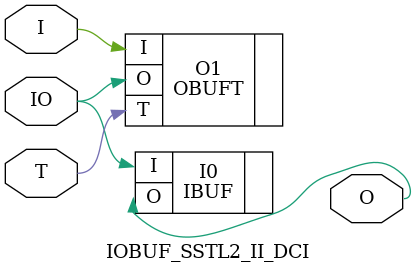
<source format=v>


`timescale  1 ps / 1 ps


module IOBUF_SSTL2_II_DCI (O, IO, I, T);

    output O;

    inout  IO;

    input  I, T;

        OBUFT #(.IOSTANDARD("SSTL2_II_DCI") ) O1 (.O(IO), .I(I), .T(T)); 
	IBUF #(.IOSTANDARD("SSTL2_II_DCI"))  I0 (.O(O), .I(IO));
        

endmodule



</source>
